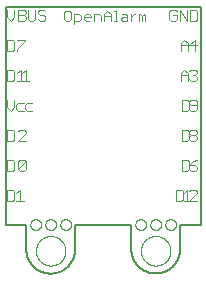
<source format=gto>
G75*
%MOIN*%
%OFA0B0*%
%FSLAX25Y25*%
%IPPOS*%
%LPD*%
%AMOC8*
5,1,8,0,0,1.08239X$1,22.5*
%
%ADD10C,0.00500*%
%ADD11C,0.00000*%
%ADD12C,0.00300*%
D10*
X0011925Y0010080D02*
X0011925Y0017580D01*
X0005050Y0017580D01*
X0005050Y0090041D01*
X0005050Y0090080D02*
X0070001Y0090080D01*
X0070050Y0090080D02*
X0070050Y0073830D01*
X0070001Y0017580D01*
X0063175Y0017580D01*
X0063175Y0008830D01*
X0063157Y0008632D01*
X0063135Y0008435D01*
X0063108Y0008239D01*
X0063076Y0008043D01*
X0063039Y0007848D01*
X0062997Y0007654D01*
X0062951Y0007461D01*
X0062900Y0007269D01*
X0062845Y0007078D01*
X0062785Y0006889D01*
X0062720Y0006702D01*
X0062650Y0006516D01*
X0062577Y0006331D01*
X0062498Y0006149D01*
X0062416Y0005969D01*
X0062329Y0005790D01*
X0062237Y0005614D01*
X0062141Y0005440D01*
X0062042Y0005269D01*
X0061938Y0005100D01*
X0061830Y0004933D01*
X0061717Y0004770D01*
X0061601Y0004609D01*
X0061481Y0004451D01*
X0061358Y0004296D01*
X0061230Y0004143D01*
X0061099Y0003995D01*
X0060964Y0003849D01*
X0060826Y0003706D01*
X0060684Y0003568D01*
X0060539Y0003432D01*
X0060391Y0003300D01*
X0060239Y0003172D01*
X0060085Y0003047D01*
X0059927Y0002927D01*
X0059767Y0002810D01*
X0059604Y0002697D01*
X0059438Y0002588D01*
X0059269Y0002483D01*
X0059098Y0002383D01*
X0058925Y0002286D01*
X0058749Y0002194D01*
X0058571Y0002106D01*
X0058391Y0002022D01*
X0058209Y0001943D01*
X0058025Y0001869D01*
X0057840Y0001798D01*
X0057653Y0001733D01*
X0057464Y0001672D01*
X0057273Y0001615D01*
X0057082Y0001563D01*
X0056889Y0001516D01*
X0056695Y0001474D01*
X0056500Y0001436D01*
X0056305Y0001403D01*
X0056108Y0001375D01*
X0055911Y0001352D01*
X0055714Y0001333D01*
X0055516Y0001319D01*
X0055317Y0001310D01*
X0055119Y0001306D01*
X0054921Y0001307D01*
X0054722Y0001313D01*
X0054524Y0001323D01*
X0054326Y0001338D01*
X0054129Y0001358D01*
X0053932Y0001383D01*
X0053736Y0001413D01*
X0053540Y0001447D01*
X0053346Y0001486D01*
X0053152Y0001530D01*
X0052960Y0001579D01*
X0052768Y0001632D01*
X0052579Y0001690D01*
X0052390Y0001752D01*
X0052203Y0001819D01*
X0052018Y0001891D01*
X0051835Y0001967D01*
X0051654Y0002047D01*
X0051474Y0002132D01*
X0051297Y0002222D01*
X0051122Y0002315D01*
X0050949Y0002413D01*
X0050779Y0002515D01*
X0050611Y0002621D01*
X0050446Y0002731D01*
X0050284Y0002845D01*
X0050124Y0002963D01*
X0049968Y0003085D01*
X0049814Y0003211D01*
X0049664Y0003340D01*
X0049516Y0003473D01*
X0049372Y0003610D01*
X0049232Y0003750D01*
X0049094Y0003893D01*
X0048961Y0004040D01*
X0048831Y0004189D01*
X0048704Y0004342D01*
X0048582Y0004499D01*
X0048463Y0004657D01*
X0048348Y0004819D01*
X0048237Y0004984D01*
X0048130Y0005151D01*
X0048028Y0005321D01*
X0047929Y0005493D01*
X0047835Y0005668D01*
X0047744Y0005845D01*
X0047659Y0006024D01*
X0047577Y0006205D01*
X0047500Y0006387D01*
X0047428Y0006572D01*
X0047360Y0006759D01*
X0047297Y0006947D01*
X0047238Y0007136D01*
X0047184Y0007327D01*
X0047134Y0007519D01*
X0047089Y0007713D01*
X0047049Y0007907D01*
X0047014Y0008102D01*
X0046983Y0008298D01*
X0046958Y0008495D01*
X0046937Y0008693D01*
X0046921Y0008890D01*
X0046909Y0009088D01*
X0046903Y0009287D01*
X0046901Y0009485D01*
X0046904Y0009684D01*
X0046912Y0009882D01*
X0046925Y0010080D01*
X0046925Y0017580D01*
X0028175Y0017580D01*
X0028175Y0010080D01*
X0028189Y0009881D01*
X0028198Y0009681D01*
X0028203Y0009482D01*
X0028202Y0009282D01*
X0028197Y0009082D01*
X0028186Y0008883D01*
X0028171Y0008683D01*
X0028151Y0008485D01*
X0028126Y0008286D01*
X0028096Y0008089D01*
X0028062Y0007892D01*
X0028022Y0007696D01*
X0027978Y0007502D01*
X0027929Y0007308D01*
X0027875Y0007115D01*
X0027817Y0006924D01*
X0027754Y0006735D01*
X0027686Y0006547D01*
X0027614Y0006361D01*
X0027537Y0006176D01*
X0027456Y0005994D01*
X0027370Y0005813D01*
X0027280Y0005635D01*
X0027186Y0005459D01*
X0027087Y0005285D01*
X0026984Y0005114D01*
X0026877Y0004946D01*
X0026765Y0004780D01*
X0026650Y0004617D01*
X0026531Y0004456D01*
X0026408Y0004299D01*
X0026281Y0004145D01*
X0026150Y0003994D01*
X0026016Y0003846D01*
X0025878Y0003701D01*
X0025736Y0003560D01*
X0025591Y0003423D01*
X0025443Y0003289D01*
X0025292Y0003158D01*
X0025137Y0003032D01*
X0024980Y0002909D01*
X0024819Y0002790D01*
X0024656Y0002676D01*
X0024489Y0002565D01*
X0024321Y0002458D01*
X0024149Y0002355D01*
X0023975Y0002257D01*
X0023799Y0002163D01*
X0023620Y0002073D01*
X0023440Y0001988D01*
X0023257Y0001907D01*
X0023073Y0001831D01*
X0022886Y0001759D01*
X0022698Y0001692D01*
X0022508Y0001629D01*
X0022317Y0001572D01*
X0022125Y0001518D01*
X0021931Y0001470D01*
X0021736Y0001426D01*
X0021540Y0001387D01*
X0021343Y0001353D01*
X0021145Y0001324D01*
X0020947Y0001300D01*
X0020748Y0001280D01*
X0020549Y0001265D01*
X0020350Y0001256D01*
X0020150Y0001251D01*
X0019950Y0001251D01*
X0019750Y0001256D01*
X0019551Y0001265D01*
X0019352Y0001280D01*
X0019153Y0001300D01*
X0018955Y0001324D01*
X0018757Y0001353D01*
X0018560Y0001387D01*
X0018364Y0001426D01*
X0018169Y0001470D01*
X0017975Y0001518D01*
X0017783Y0001572D01*
X0017592Y0001629D01*
X0017402Y0001692D01*
X0017214Y0001759D01*
X0017027Y0001831D01*
X0016843Y0001907D01*
X0016660Y0001988D01*
X0016480Y0002073D01*
X0016301Y0002163D01*
X0016125Y0002257D01*
X0015951Y0002355D01*
X0015779Y0002458D01*
X0015611Y0002565D01*
X0015444Y0002676D01*
X0015281Y0002790D01*
X0015120Y0002909D01*
X0014963Y0003032D01*
X0014808Y0003158D01*
X0014657Y0003289D01*
X0014509Y0003423D01*
X0014364Y0003560D01*
X0014222Y0003701D01*
X0014084Y0003846D01*
X0013950Y0003994D01*
X0013819Y0004145D01*
X0013692Y0004299D01*
X0013569Y0004456D01*
X0013450Y0004617D01*
X0013335Y0004780D01*
X0013223Y0004946D01*
X0013116Y0005114D01*
X0013013Y0005285D01*
X0012914Y0005459D01*
X0012820Y0005635D01*
X0012730Y0005813D01*
X0012644Y0005994D01*
X0012563Y0006176D01*
X0012486Y0006361D01*
X0012414Y0006547D01*
X0012346Y0006735D01*
X0012283Y0006924D01*
X0012225Y0007115D01*
X0012171Y0007308D01*
X0012122Y0007502D01*
X0012078Y0007696D01*
X0012038Y0007892D01*
X0012004Y0008089D01*
X0011974Y0008286D01*
X0011949Y0008485D01*
X0011929Y0008683D01*
X0011914Y0008883D01*
X0011903Y0009082D01*
X0011898Y0009282D01*
X0011897Y0009482D01*
X0011902Y0009681D01*
X0011911Y0009881D01*
X0011925Y0010080D01*
D11*
X0013278Y0017580D02*
X0013280Y0017664D01*
X0013286Y0017747D01*
X0013296Y0017830D01*
X0013310Y0017913D01*
X0013327Y0017995D01*
X0013349Y0018076D01*
X0013374Y0018155D01*
X0013403Y0018234D01*
X0013436Y0018311D01*
X0013472Y0018386D01*
X0013512Y0018460D01*
X0013555Y0018532D01*
X0013602Y0018601D01*
X0013652Y0018668D01*
X0013705Y0018733D01*
X0013761Y0018795D01*
X0013819Y0018855D01*
X0013881Y0018912D01*
X0013945Y0018965D01*
X0014012Y0019016D01*
X0014081Y0019063D01*
X0014152Y0019108D01*
X0014225Y0019148D01*
X0014300Y0019185D01*
X0014377Y0019219D01*
X0014455Y0019249D01*
X0014534Y0019275D01*
X0014615Y0019298D01*
X0014697Y0019316D01*
X0014779Y0019331D01*
X0014862Y0019342D01*
X0014945Y0019349D01*
X0015029Y0019352D01*
X0015113Y0019351D01*
X0015196Y0019346D01*
X0015280Y0019337D01*
X0015362Y0019324D01*
X0015444Y0019308D01*
X0015525Y0019287D01*
X0015606Y0019263D01*
X0015684Y0019235D01*
X0015762Y0019203D01*
X0015838Y0019167D01*
X0015912Y0019128D01*
X0015984Y0019086D01*
X0016054Y0019040D01*
X0016122Y0018991D01*
X0016187Y0018939D01*
X0016250Y0018884D01*
X0016310Y0018826D01*
X0016368Y0018765D01*
X0016422Y0018701D01*
X0016474Y0018635D01*
X0016522Y0018567D01*
X0016567Y0018496D01*
X0016608Y0018423D01*
X0016647Y0018349D01*
X0016681Y0018273D01*
X0016712Y0018195D01*
X0016739Y0018116D01*
X0016763Y0018035D01*
X0016782Y0017954D01*
X0016798Y0017872D01*
X0016810Y0017789D01*
X0016818Y0017705D01*
X0016822Y0017622D01*
X0016822Y0017538D01*
X0016818Y0017455D01*
X0016810Y0017371D01*
X0016798Y0017288D01*
X0016782Y0017206D01*
X0016763Y0017125D01*
X0016739Y0017044D01*
X0016712Y0016965D01*
X0016681Y0016887D01*
X0016647Y0016811D01*
X0016608Y0016737D01*
X0016567Y0016664D01*
X0016522Y0016593D01*
X0016474Y0016525D01*
X0016422Y0016459D01*
X0016368Y0016395D01*
X0016310Y0016334D01*
X0016250Y0016276D01*
X0016187Y0016221D01*
X0016122Y0016169D01*
X0016054Y0016120D01*
X0015984Y0016074D01*
X0015912Y0016032D01*
X0015838Y0015993D01*
X0015762Y0015957D01*
X0015684Y0015925D01*
X0015606Y0015897D01*
X0015525Y0015873D01*
X0015444Y0015852D01*
X0015362Y0015836D01*
X0015280Y0015823D01*
X0015196Y0015814D01*
X0015113Y0015809D01*
X0015029Y0015808D01*
X0014945Y0015811D01*
X0014862Y0015818D01*
X0014779Y0015829D01*
X0014697Y0015844D01*
X0014615Y0015862D01*
X0014534Y0015885D01*
X0014455Y0015911D01*
X0014377Y0015941D01*
X0014300Y0015975D01*
X0014225Y0016012D01*
X0014152Y0016052D01*
X0014081Y0016097D01*
X0014012Y0016144D01*
X0013945Y0016195D01*
X0013881Y0016248D01*
X0013819Y0016305D01*
X0013761Y0016365D01*
X0013705Y0016427D01*
X0013652Y0016492D01*
X0013602Y0016559D01*
X0013555Y0016628D01*
X0013512Y0016700D01*
X0013472Y0016774D01*
X0013436Y0016849D01*
X0013403Y0016926D01*
X0013374Y0017005D01*
X0013349Y0017084D01*
X0013327Y0017165D01*
X0013310Y0017247D01*
X0013296Y0017330D01*
X0013286Y0017413D01*
X0013280Y0017496D01*
X0013278Y0017580D01*
X0018278Y0017580D02*
X0018280Y0017664D01*
X0018286Y0017747D01*
X0018296Y0017830D01*
X0018310Y0017913D01*
X0018327Y0017995D01*
X0018349Y0018076D01*
X0018374Y0018155D01*
X0018403Y0018234D01*
X0018436Y0018311D01*
X0018472Y0018386D01*
X0018512Y0018460D01*
X0018555Y0018532D01*
X0018602Y0018601D01*
X0018652Y0018668D01*
X0018705Y0018733D01*
X0018761Y0018795D01*
X0018819Y0018855D01*
X0018881Y0018912D01*
X0018945Y0018965D01*
X0019012Y0019016D01*
X0019081Y0019063D01*
X0019152Y0019108D01*
X0019225Y0019148D01*
X0019300Y0019185D01*
X0019377Y0019219D01*
X0019455Y0019249D01*
X0019534Y0019275D01*
X0019615Y0019298D01*
X0019697Y0019316D01*
X0019779Y0019331D01*
X0019862Y0019342D01*
X0019945Y0019349D01*
X0020029Y0019352D01*
X0020113Y0019351D01*
X0020196Y0019346D01*
X0020280Y0019337D01*
X0020362Y0019324D01*
X0020444Y0019308D01*
X0020525Y0019287D01*
X0020606Y0019263D01*
X0020684Y0019235D01*
X0020762Y0019203D01*
X0020838Y0019167D01*
X0020912Y0019128D01*
X0020984Y0019086D01*
X0021054Y0019040D01*
X0021122Y0018991D01*
X0021187Y0018939D01*
X0021250Y0018884D01*
X0021310Y0018826D01*
X0021368Y0018765D01*
X0021422Y0018701D01*
X0021474Y0018635D01*
X0021522Y0018567D01*
X0021567Y0018496D01*
X0021608Y0018423D01*
X0021647Y0018349D01*
X0021681Y0018273D01*
X0021712Y0018195D01*
X0021739Y0018116D01*
X0021763Y0018035D01*
X0021782Y0017954D01*
X0021798Y0017872D01*
X0021810Y0017789D01*
X0021818Y0017705D01*
X0021822Y0017622D01*
X0021822Y0017538D01*
X0021818Y0017455D01*
X0021810Y0017371D01*
X0021798Y0017288D01*
X0021782Y0017206D01*
X0021763Y0017125D01*
X0021739Y0017044D01*
X0021712Y0016965D01*
X0021681Y0016887D01*
X0021647Y0016811D01*
X0021608Y0016737D01*
X0021567Y0016664D01*
X0021522Y0016593D01*
X0021474Y0016525D01*
X0021422Y0016459D01*
X0021368Y0016395D01*
X0021310Y0016334D01*
X0021250Y0016276D01*
X0021187Y0016221D01*
X0021122Y0016169D01*
X0021054Y0016120D01*
X0020984Y0016074D01*
X0020912Y0016032D01*
X0020838Y0015993D01*
X0020762Y0015957D01*
X0020684Y0015925D01*
X0020606Y0015897D01*
X0020525Y0015873D01*
X0020444Y0015852D01*
X0020362Y0015836D01*
X0020280Y0015823D01*
X0020196Y0015814D01*
X0020113Y0015809D01*
X0020029Y0015808D01*
X0019945Y0015811D01*
X0019862Y0015818D01*
X0019779Y0015829D01*
X0019697Y0015844D01*
X0019615Y0015862D01*
X0019534Y0015885D01*
X0019455Y0015911D01*
X0019377Y0015941D01*
X0019300Y0015975D01*
X0019225Y0016012D01*
X0019152Y0016052D01*
X0019081Y0016097D01*
X0019012Y0016144D01*
X0018945Y0016195D01*
X0018881Y0016248D01*
X0018819Y0016305D01*
X0018761Y0016365D01*
X0018705Y0016427D01*
X0018652Y0016492D01*
X0018602Y0016559D01*
X0018555Y0016628D01*
X0018512Y0016700D01*
X0018472Y0016774D01*
X0018436Y0016849D01*
X0018403Y0016926D01*
X0018374Y0017005D01*
X0018349Y0017084D01*
X0018327Y0017165D01*
X0018310Y0017247D01*
X0018296Y0017330D01*
X0018286Y0017413D01*
X0018280Y0017496D01*
X0018278Y0017580D01*
X0023278Y0017580D02*
X0023280Y0017664D01*
X0023286Y0017747D01*
X0023296Y0017830D01*
X0023310Y0017913D01*
X0023327Y0017995D01*
X0023349Y0018076D01*
X0023374Y0018155D01*
X0023403Y0018234D01*
X0023436Y0018311D01*
X0023472Y0018386D01*
X0023512Y0018460D01*
X0023555Y0018532D01*
X0023602Y0018601D01*
X0023652Y0018668D01*
X0023705Y0018733D01*
X0023761Y0018795D01*
X0023819Y0018855D01*
X0023881Y0018912D01*
X0023945Y0018965D01*
X0024012Y0019016D01*
X0024081Y0019063D01*
X0024152Y0019108D01*
X0024225Y0019148D01*
X0024300Y0019185D01*
X0024377Y0019219D01*
X0024455Y0019249D01*
X0024534Y0019275D01*
X0024615Y0019298D01*
X0024697Y0019316D01*
X0024779Y0019331D01*
X0024862Y0019342D01*
X0024945Y0019349D01*
X0025029Y0019352D01*
X0025113Y0019351D01*
X0025196Y0019346D01*
X0025280Y0019337D01*
X0025362Y0019324D01*
X0025444Y0019308D01*
X0025525Y0019287D01*
X0025606Y0019263D01*
X0025684Y0019235D01*
X0025762Y0019203D01*
X0025838Y0019167D01*
X0025912Y0019128D01*
X0025984Y0019086D01*
X0026054Y0019040D01*
X0026122Y0018991D01*
X0026187Y0018939D01*
X0026250Y0018884D01*
X0026310Y0018826D01*
X0026368Y0018765D01*
X0026422Y0018701D01*
X0026474Y0018635D01*
X0026522Y0018567D01*
X0026567Y0018496D01*
X0026608Y0018423D01*
X0026647Y0018349D01*
X0026681Y0018273D01*
X0026712Y0018195D01*
X0026739Y0018116D01*
X0026763Y0018035D01*
X0026782Y0017954D01*
X0026798Y0017872D01*
X0026810Y0017789D01*
X0026818Y0017705D01*
X0026822Y0017622D01*
X0026822Y0017538D01*
X0026818Y0017455D01*
X0026810Y0017371D01*
X0026798Y0017288D01*
X0026782Y0017206D01*
X0026763Y0017125D01*
X0026739Y0017044D01*
X0026712Y0016965D01*
X0026681Y0016887D01*
X0026647Y0016811D01*
X0026608Y0016737D01*
X0026567Y0016664D01*
X0026522Y0016593D01*
X0026474Y0016525D01*
X0026422Y0016459D01*
X0026368Y0016395D01*
X0026310Y0016334D01*
X0026250Y0016276D01*
X0026187Y0016221D01*
X0026122Y0016169D01*
X0026054Y0016120D01*
X0025984Y0016074D01*
X0025912Y0016032D01*
X0025838Y0015993D01*
X0025762Y0015957D01*
X0025684Y0015925D01*
X0025606Y0015897D01*
X0025525Y0015873D01*
X0025444Y0015852D01*
X0025362Y0015836D01*
X0025280Y0015823D01*
X0025196Y0015814D01*
X0025113Y0015809D01*
X0025029Y0015808D01*
X0024945Y0015811D01*
X0024862Y0015818D01*
X0024779Y0015829D01*
X0024697Y0015844D01*
X0024615Y0015862D01*
X0024534Y0015885D01*
X0024455Y0015911D01*
X0024377Y0015941D01*
X0024300Y0015975D01*
X0024225Y0016012D01*
X0024152Y0016052D01*
X0024081Y0016097D01*
X0024012Y0016144D01*
X0023945Y0016195D01*
X0023881Y0016248D01*
X0023819Y0016305D01*
X0023761Y0016365D01*
X0023705Y0016427D01*
X0023652Y0016492D01*
X0023602Y0016559D01*
X0023555Y0016628D01*
X0023512Y0016700D01*
X0023472Y0016774D01*
X0023436Y0016849D01*
X0023403Y0016926D01*
X0023374Y0017005D01*
X0023349Y0017084D01*
X0023327Y0017165D01*
X0023310Y0017247D01*
X0023296Y0017330D01*
X0023286Y0017413D01*
X0023280Y0017496D01*
X0023278Y0017580D01*
X0015129Y0008830D02*
X0015131Y0008970D01*
X0015137Y0009110D01*
X0015147Y0009249D01*
X0015161Y0009388D01*
X0015179Y0009527D01*
X0015200Y0009665D01*
X0015226Y0009803D01*
X0015256Y0009940D01*
X0015289Y0010075D01*
X0015327Y0010210D01*
X0015368Y0010344D01*
X0015413Y0010477D01*
X0015461Y0010608D01*
X0015514Y0010737D01*
X0015570Y0010866D01*
X0015629Y0010992D01*
X0015693Y0011117D01*
X0015759Y0011240D01*
X0015830Y0011361D01*
X0015903Y0011480D01*
X0015980Y0011597D01*
X0016061Y0011711D01*
X0016144Y0011823D01*
X0016231Y0011933D01*
X0016321Y0012041D01*
X0016413Y0012145D01*
X0016509Y0012247D01*
X0016608Y0012347D01*
X0016709Y0012443D01*
X0016813Y0012537D01*
X0016920Y0012627D01*
X0017029Y0012714D01*
X0017141Y0012799D01*
X0017255Y0012880D01*
X0017371Y0012958D01*
X0017489Y0013032D01*
X0017610Y0013103D01*
X0017732Y0013171D01*
X0017857Y0013235D01*
X0017983Y0013296D01*
X0018110Y0013353D01*
X0018240Y0013406D01*
X0018371Y0013456D01*
X0018503Y0013501D01*
X0018636Y0013544D01*
X0018771Y0013582D01*
X0018906Y0013616D01*
X0019043Y0013647D01*
X0019180Y0013674D01*
X0019318Y0013696D01*
X0019457Y0013715D01*
X0019596Y0013730D01*
X0019735Y0013741D01*
X0019875Y0013748D01*
X0020015Y0013751D01*
X0020155Y0013750D01*
X0020295Y0013745D01*
X0020434Y0013736D01*
X0020574Y0013723D01*
X0020713Y0013706D01*
X0020851Y0013685D01*
X0020989Y0013661D01*
X0021126Y0013632D01*
X0021262Y0013600D01*
X0021397Y0013563D01*
X0021531Y0013523D01*
X0021664Y0013479D01*
X0021795Y0013431D01*
X0021925Y0013380D01*
X0022054Y0013325D01*
X0022181Y0013266D01*
X0022306Y0013203D01*
X0022429Y0013138D01*
X0022551Y0013068D01*
X0022670Y0012995D01*
X0022788Y0012919D01*
X0022903Y0012840D01*
X0023016Y0012757D01*
X0023126Y0012671D01*
X0023234Y0012582D01*
X0023339Y0012490D01*
X0023442Y0012395D01*
X0023542Y0012297D01*
X0023639Y0012197D01*
X0023733Y0012093D01*
X0023825Y0011987D01*
X0023913Y0011879D01*
X0023998Y0011768D01*
X0024080Y0011654D01*
X0024159Y0011538D01*
X0024234Y0011421D01*
X0024306Y0011301D01*
X0024374Y0011179D01*
X0024439Y0011055D01*
X0024501Y0010929D01*
X0024559Y0010802D01*
X0024613Y0010673D01*
X0024664Y0010542D01*
X0024710Y0010410D01*
X0024753Y0010277D01*
X0024793Y0010143D01*
X0024828Y0010008D01*
X0024860Y0009871D01*
X0024887Y0009734D01*
X0024911Y0009596D01*
X0024931Y0009458D01*
X0024947Y0009319D01*
X0024959Y0009179D01*
X0024967Y0009040D01*
X0024971Y0008900D01*
X0024971Y0008760D01*
X0024967Y0008620D01*
X0024959Y0008481D01*
X0024947Y0008341D01*
X0024931Y0008202D01*
X0024911Y0008064D01*
X0024887Y0007926D01*
X0024860Y0007789D01*
X0024828Y0007652D01*
X0024793Y0007517D01*
X0024753Y0007383D01*
X0024710Y0007250D01*
X0024664Y0007118D01*
X0024613Y0006987D01*
X0024559Y0006858D01*
X0024501Y0006731D01*
X0024439Y0006605D01*
X0024374Y0006481D01*
X0024306Y0006359D01*
X0024234Y0006239D01*
X0024159Y0006122D01*
X0024080Y0006006D01*
X0023998Y0005892D01*
X0023913Y0005781D01*
X0023825Y0005673D01*
X0023733Y0005567D01*
X0023639Y0005463D01*
X0023542Y0005363D01*
X0023442Y0005265D01*
X0023339Y0005170D01*
X0023234Y0005078D01*
X0023126Y0004989D01*
X0023016Y0004903D01*
X0022903Y0004820D01*
X0022788Y0004741D01*
X0022670Y0004665D01*
X0022551Y0004592D01*
X0022429Y0004522D01*
X0022306Y0004457D01*
X0022181Y0004394D01*
X0022054Y0004335D01*
X0021925Y0004280D01*
X0021795Y0004229D01*
X0021664Y0004181D01*
X0021531Y0004137D01*
X0021397Y0004097D01*
X0021262Y0004060D01*
X0021126Y0004028D01*
X0020989Y0003999D01*
X0020851Y0003975D01*
X0020713Y0003954D01*
X0020574Y0003937D01*
X0020434Y0003924D01*
X0020295Y0003915D01*
X0020155Y0003910D01*
X0020015Y0003909D01*
X0019875Y0003912D01*
X0019735Y0003919D01*
X0019596Y0003930D01*
X0019457Y0003945D01*
X0019318Y0003964D01*
X0019180Y0003986D01*
X0019043Y0004013D01*
X0018906Y0004044D01*
X0018771Y0004078D01*
X0018636Y0004116D01*
X0018503Y0004159D01*
X0018371Y0004204D01*
X0018240Y0004254D01*
X0018110Y0004307D01*
X0017983Y0004364D01*
X0017857Y0004425D01*
X0017732Y0004489D01*
X0017610Y0004557D01*
X0017489Y0004628D01*
X0017371Y0004702D01*
X0017255Y0004780D01*
X0017141Y0004861D01*
X0017029Y0004946D01*
X0016920Y0005033D01*
X0016813Y0005123D01*
X0016709Y0005217D01*
X0016608Y0005313D01*
X0016509Y0005413D01*
X0016413Y0005515D01*
X0016321Y0005619D01*
X0016231Y0005727D01*
X0016144Y0005837D01*
X0016061Y0005949D01*
X0015980Y0006063D01*
X0015903Y0006180D01*
X0015830Y0006299D01*
X0015759Y0006420D01*
X0015693Y0006543D01*
X0015629Y0006668D01*
X0015570Y0006794D01*
X0015514Y0006923D01*
X0015461Y0007052D01*
X0015413Y0007183D01*
X0015368Y0007316D01*
X0015327Y0007450D01*
X0015289Y0007585D01*
X0015256Y0007720D01*
X0015226Y0007857D01*
X0015200Y0007995D01*
X0015179Y0008133D01*
X0015161Y0008272D01*
X0015147Y0008411D01*
X0015137Y0008550D01*
X0015131Y0008690D01*
X0015129Y0008830D01*
X0048278Y0017580D02*
X0048280Y0017664D01*
X0048286Y0017747D01*
X0048296Y0017830D01*
X0048310Y0017913D01*
X0048327Y0017995D01*
X0048349Y0018076D01*
X0048374Y0018155D01*
X0048403Y0018234D01*
X0048436Y0018311D01*
X0048472Y0018386D01*
X0048512Y0018460D01*
X0048555Y0018532D01*
X0048602Y0018601D01*
X0048652Y0018668D01*
X0048705Y0018733D01*
X0048761Y0018795D01*
X0048819Y0018855D01*
X0048881Y0018912D01*
X0048945Y0018965D01*
X0049012Y0019016D01*
X0049081Y0019063D01*
X0049152Y0019108D01*
X0049225Y0019148D01*
X0049300Y0019185D01*
X0049377Y0019219D01*
X0049455Y0019249D01*
X0049534Y0019275D01*
X0049615Y0019298D01*
X0049697Y0019316D01*
X0049779Y0019331D01*
X0049862Y0019342D01*
X0049945Y0019349D01*
X0050029Y0019352D01*
X0050113Y0019351D01*
X0050196Y0019346D01*
X0050280Y0019337D01*
X0050362Y0019324D01*
X0050444Y0019308D01*
X0050525Y0019287D01*
X0050606Y0019263D01*
X0050684Y0019235D01*
X0050762Y0019203D01*
X0050838Y0019167D01*
X0050912Y0019128D01*
X0050984Y0019086D01*
X0051054Y0019040D01*
X0051122Y0018991D01*
X0051187Y0018939D01*
X0051250Y0018884D01*
X0051310Y0018826D01*
X0051368Y0018765D01*
X0051422Y0018701D01*
X0051474Y0018635D01*
X0051522Y0018567D01*
X0051567Y0018496D01*
X0051608Y0018423D01*
X0051647Y0018349D01*
X0051681Y0018273D01*
X0051712Y0018195D01*
X0051739Y0018116D01*
X0051763Y0018035D01*
X0051782Y0017954D01*
X0051798Y0017872D01*
X0051810Y0017789D01*
X0051818Y0017705D01*
X0051822Y0017622D01*
X0051822Y0017538D01*
X0051818Y0017455D01*
X0051810Y0017371D01*
X0051798Y0017288D01*
X0051782Y0017206D01*
X0051763Y0017125D01*
X0051739Y0017044D01*
X0051712Y0016965D01*
X0051681Y0016887D01*
X0051647Y0016811D01*
X0051608Y0016737D01*
X0051567Y0016664D01*
X0051522Y0016593D01*
X0051474Y0016525D01*
X0051422Y0016459D01*
X0051368Y0016395D01*
X0051310Y0016334D01*
X0051250Y0016276D01*
X0051187Y0016221D01*
X0051122Y0016169D01*
X0051054Y0016120D01*
X0050984Y0016074D01*
X0050912Y0016032D01*
X0050838Y0015993D01*
X0050762Y0015957D01*
X0050684Y0015925D01*
X0050606Y0015897D01*
X0050525Y0015873D01*
X0050444Y0015852D01*
X0050362Y0015836D01*
X0050280Y0015823D01*
X0050196Y0015814D01*
X0050113Y0015809D01*
X0050029Y0015808D01*
X0049945Y0015811D01*
X0049862Y0015818D01*
X0049779Y0015829D01*
X0049697Y0015844D01*
X0049615Y0015862D01*
X0049534Y0015885D01*
X0049455Y0015911D01*
X0049377Y0015941D01*
X0049300Y0015975D01*
X0049225Y0016012D01*
X0049152Y0016052D01*
X0049081Y0016097D01*
X0049012Y0016144D01*
X0048945Y0016195D01*
X0048881Y0016248D01*
X0048819Y0016305D01*
X0048761Y0016365D01*
X0048705Y0016427D01*
X0048652Y0016492D01*
X0048602Y0016559D01*
X0048555Y0016628D01*
X0048512Y0016700D01*
X0048472Y0016774D01*
X0048436Y0016849D01*
X0048403Y0016926D01*
X0048374Y0017005D01*
X0048349Y0017084D01*
X0048327Y0017165D01*
X0048310Y0017247D01*
X0048296Y0017330D01*
X0048286Y0017413D01*
X0048280Y0017496D01*
X0048278Y0017580D01*
X0053278Y0017580D02*
X0053280Y0017664D01*
X0053286Y0017747D01*
X0053296Y0017830D01*
X0053310Y0017913D01*
X0053327Y0017995D01*
X0053349Y0018076D01*
X0053374Y0018155D01*
X0053403Y0018234D01*
X0053436Y0018311D01*
X0053472Y0018386D01*
X0053512Y0018460D01*
X0053555Y0018532D01*
X0053602Y0018601D01*
X0053652Y0018668D01*
X0053705Y0018733D01*
X0053761Y0018795D01*
X0053819Y0018855D01*
X0053881Y0018912D01*
X0053945Y0018965D01*
X0054012Y0019016D01*
X0054081Y0019063D01*
X0054152Y0019108D01*
X0054225Y0019148D01*
X0054300Y0019185D01*
X0054377Y0019219D01*
X0054455Y0019249D01*
X0054534Y0019275D01*
X0054615Y0019298D01*
X0054697Y0019316D01*
X0054779Y0019331D01*
X0054862Y0019342D01*
X0054945Y0019349D01*
X0055029Y0019352D01*
X0055113Y0019351D01*
X0055196Y0019346D01*
X0055280Y0019337D01*
X0055362Y0019324D01*
X0055444Y0019308D01*
X0055525Y0019287D01*
X0055606Y0019263D01*
X0055684Y0019235D01*
X0055762Y0019203D01*
X0055838Y0019167D01*
X0055912Y0019128D01*
X0055984Y0019086D01*
X0056054Y0019040D01*
X0056122Y0018991D01*
X0056187Y0018939D01*
X0056250Y0018884D01*
X0056310Y0018826D01*
X0056368Y0018765D01*
X0056422Y0018701D01*
X0056474Y0018635D01*
X0056522Y0018567D01*
X0056567Y0018496D01*
X0056608Y0018423D01*
X0056647Y0018349D01*
X0056681Y0018273D01*
X0056712Y0018195D01*
X0056739Y0018116D01*
X0056763Y0018035D01*
X0056782Y0017954D01*
X0056798Y0017872D01*
X0056810Y0017789D01*
X0056818Y0017705D01*
X0056822Y0017622D01*
X0056822Y0017538D01*
X0056818Y0017455D01*
X0056810Y0017371D01*
X0056798Y0017288D01*
X0056782Y0017206D01*
X0056763Y0017125D01*
X0056739Y0017044D01*
X0056712Y0016965D01*
X0056681Y0016887D01*
X0056647Y0016811D01*
X0056608Y0016737D01*
X0056567Y0016664D01*
X0056522Y0016593D01*
X0056474Y0016525D01*
X0056422Y0016459D01*
X0056368Y0016395D01*
X0056310Y0016334D01*
X0056250Y0016276D01*
X0056187Y0016221D01*
X0056122Y0016169D01*
X0056054Y0016120D01*
X0055984Y0016074D01*
X0055912Y0016032D01*
X0055838Y0015993D01*
X0055762Y0015957D01*
X0055684Y0015925D01*
X0055606Y0015897D01*
X0055525Y0015873D01*
X0055444Y0015852D01*
X0055362Y0015836D01*
X0055280Y0015823D01*
X0055196Y0015814D01*
X0055113Y0015809D01*
X0055029Y0015808D01*
X0054945Y0015811D01*
X0054862Y0015818D01*
X0054779Y0015829D01*
X0054697Y0015844D01*
X0054615Y0015862D01*
X0054534Y0015885D01*
X0054455Y0015911D01*
X0054377Y0015941D01*
X0054300Y0015975D01*
X0054225Y0016012D01*
X0054152Y0016052D01*
X0054081Y0016097D01*
X0054012Y0016144D01*
X0053945Y0016195D01*
X0053881Y0016248D01*
X0053819Y0016305D01*
X0053761Y0016365D01*
X0053705Y0016427D01*
X0053652Y0016492D01*
X0053602Y0016559D01*
X0053555Y0016628D01*
X0053512Y0016700D01*
X0053472Y0016774D01*
X0053436Y0016849D01*
X0053403Y0016926D01*
X0053374Y0017005D01*
X0053349Y0017084D01*
X0053327Y0017165D01*
X0053310Y0017247D01*
X0053296Y0017330D01*
X0053286Y0017413D01*
X0053280Y0017496D01*
X0053278Y0017580D01*
X0058278Y0017580D02*
X0058280Y0017664D01*
X0058286Y0017747D01*
X0058296Y0017830D01*
X0058310Y0017913D01*
X0058327Y0017995D01*
X0058349Y0018076D01*
X0058374Y0018155D01*
X0058403Y0018234D01*
X0058436Y0018311D01*
X0058472Y0018386D01*
X0058512Y0018460D01*
X0058555Y0018532D01*
X0058602Y0018601D01*
X0058652Y0018668D01*
X0058705Y0018733D01*
X0058761Y0018795D01*
X0058819Y0018855D01*
X0058881Y0018912D01*
X0058945Y0018965D01*
X0059012Y0019016D01*
X0059081Y0019063D01*
X0059152Y0019108D01*
X0059225Y0019148D01*
X0059300Y0019185D01*
X0059377Y0019219D01*
X0059455Y0019249D01*
X0059534Y0019275D01*
X0059615Y0019298D01*
X0059697Y0019316D01*
X0059779Y0019331D01*
X0059862Y0019342D01*
X0059945Y0019349D01*
X0060029Y0019352D01*
X0060113Y0019351D01*
X0060196Y0019346D01*
X0060280Y0019337D01*
X0060362Y0019324D01*
X0060444Y0019308D01*
X0060525Y0019287D01*
X0060606Y0019263D01*
X0060684Y0019235D01*
X0060762Y0019203D01*
X0060838Y0019167D01*
X0060912Y0019128D01*
X0060984Y0019086D01*
X0061054Y0019040D01*
X0061122Y0018991D01*
X0061187Y0018939D01*
X0061250Y0018884D01*
X0061310Y0018826D01*
X0061368Y0018765D01*
X0061422Y0018701D01*
X0061474Y0018635D01*
X0061522Y0018567D01*
X0061567Y0018496D01*
X0061608Y0018423D01*
X0061647Y0018349D01*
X0061681Y0018273D01*
X0061712Y0018195D01*
X0061739Y0018116D01*
X0061763Y0018035D01*
X0061782Y0017954D01*
X0061798Y0017872D01*
X0061810Y0017789D01*
X0061818Y0017705D01*
X0061822Y0017622D01*
X0061822Y0017538D01*
X0061818Y0017455D01*
X0061810Y0017371D01*
X0061798Y0017288D01*
X0061782Y0017206D01*
X0061763Y0017125D01*
X0061739Y0017044D01*
X0061712Y0016965D01*
X0061681Y0016887D01*
X0061647Y0016811D01*
X0061608Y0016737D01*
X0061567Y0016664D01*
X0061522Y0016593D01*
X0061474Y0016525D01*
X0061422Y0016459D01*
X0061368Y0016395D01*
X0061310Y0016334D01*
X0061250Y0016276D01*
X0061187Y0016221D01*
X0061122Y0016169D01*
X0061054Y0016120D01*
X0060984Y0016074D01*
X0060912Y0016032D01*
X0060838Y0015993D01*
X0060762Y0015957D01*
X0060684Y0015925D01*
X0060606Y0015897D01*
X0060525Y0015873D01*
X0060444Y0015852D01*
X0060362Y0015836D01*
X0060280Y0015823D01*
X0060196Y0015814D01*
X0060113Y0015809D01*
X0060029Y0015808D01*
X0059945Y0015811D01*
X0059862Y0015818D01*
X0059779Y0015829D01*
X0059697Y0015844D01*
X0059615Y0015862D01*
X0059534Y0015885D01*
X0059455Y0015911D01*
X0059377Y0015941D01*
X0059300Y0015975D01*
X0059225Y0016012D01*
X0059152Y0016052D01*
X0059081Y0016097D01*
X0059012Y0016144D01*
X0058945Y0016195D01*
X0058881Y0016248D01*
X0058819Y0016305D01*
X0058761Y0016365D01*
X0058705Y0016427D01*
X0058652Y0016492D01*
X0058602Y0016559D01*
X0058555Y0016628D01*
X0058512Y0016700D01*
X0058472Y0016774D01*
X0058436Y0016849D01*
X0058403Y0016926D01*
X0058374Y0017005D01*
X0058349Y0017084D01*
X0058327Y0017165D01*
X0058310Y0017247D01*
X0058296Y0017330D01*
X0058286Y0017413D01*
X0058280Y0017496D01*
X0058278Y0017580D01*
X0050129Y0008830D02*
X0050131Y0008970D01*
X0050137Y0009110D01*
X0050147Y0009249D01*
X0050161Y0009388D01*
X0050179Y0009527D01*
X0050200Y0009665D01*
X0050226Y0009803D01*
X0050256Y0009940D01*
X0050289Y0010075D01*
X0050327Y0010210D01*
X0050368Y0010344D01*
X0050413Y0010477D01*
X0050461Y0010608D01*
X0050514Y0010737D01*
X0050570Y0010866D01*
X0050629Y0010992D01*
X0050693Y0011117D01*
X0050759Y0011240D01*
X0050830Y0011361D01*
X0050903Y0011480D01*
X0050980Y0011597D01*
X0051061Y0011711D01*
X0051144Y0011823D01*
X0051231Y0011933D01*
X0051321Y0012041D01*
X0051413Y0012145D01*
X0051509Y0012247D01*
X0051608Y0012347D01*
X0051709Y0012443D01*
X0051813Y0012537D01*
X0051920Y0012627D01*
X0052029Y0012714D01*
X0052141Y0012799D01*
X0052255Y0012880D01*
X0052371Y0012958D01*
X0052489Y0013032D01*
X0052610Y0013103D01*
X0052732Y0013171D01*
X0052857Y0013235D01*
X0052983Y0013296D01*
X0053110Y0013353D01*
X0053240Y0013406D01*
X0053371Y0013456D01*
X0053503Y0013501D01*
X0053636Y0013544D01*
X0053771Y0013582D01*
X0053906Y0013616D01*
X0054043Y0013647D01*
X0054180Y0013674D01*
X0054318Y0013696D01*
X0054457Y0013715D01*
X0054596Y0013730D01*
X0054735Y0013741D01*
X0054875Y0013748D01*
X0055015Y0013751D01*
X0055155Y0013750D01*
X0055295Y0013745D01*
X0055434Y0013736D01*
X0055574Y0013723D01*
X0055713Y0013706D01*
X0055851Y0013685D01*
X0055989Y0013661D01*
X0056126Y0013632D01*
X0056262Y0013600D01*
X0056397Y0013563D01*
X0056531Y0013523D01*
X0056664Y0013479D01*
X0056795Y0013431D01*
X0056925Y0013380D01*
X0057054Y0013325D01*
X0057181Y0013266D01*
X0057306Y0013203D01*
X0057429Y0013138D01*
X0057551Y0013068D01*
X0057670Y0012995D01*
X0057788Y0012919D01*
X0057903Y0012840D01*
X0058016Y0012757D01*
X0058126Y0012671D01*
X0058234Y0012582D01*
X0058339Y0012490D01*
X0058442Y0012395D01*
X0058542Y0012297D01*
X0058639Y0012197D01*
X0058733Y0012093D01*
X0058825Y0011987D01*
X0058913Y0011879D01*
X0058998Y0011768D01*
X0059080Y0011654D01*
X0059159Y0011538D01*
X0059234Y0011421D01*
X0059306Y0011301D01*
X0059374Y0011179D01*
X0059439Y0011055D01*
X0059501Y0010929D01*
X0059559Y0010802D01*
X0059613Y0010673D01*
X0059664Y0010542D01*
X0059710Y0010410D01*
X0059753Y0010277D01*
X0059793Y0010143D01*
X0059828Y0010008D01*
X0059860Y0009871D01*
X0059887Y0009734D01*
X0059911Y0009596D01*
X0059931Y0009458D01*
X0059947Y0009319D01*
X0059959Y0009179D01*
X0059967Y0009040D01*
X0059971Y0008900D01*
X0059971Y0008760D01*
X0059967Y0008620D01*
X0059959Y0008481D01*
X0059947Y0008341D01*
X0059931Y0008202D01*
X0059911Y0008064D01*
X0059887Y0007926D01*
X0059860Y0007789D01*
X0059828Y0007652D01*
X0059793Y0007517D01*
X0059753Y0007383D01*
X0059710Y0007250D01*
X0059664Y0007118D01*
X0059613Y0006987D01*
X0059559Y0006858D01*
X0059501Y0006731D01*
X0059439Y0006605D01*
X0059374Y0006481D01*
X0059306Y0006359D01*
X0059234Y0006239D01*
X0059159Y0006122D01*
X0059080Y0006006D01*
X0058998Y0005892D01*
X0058913Y0005781D01*
X0058825Y0005673D01*
X0058733Y0005567D01*
X0058639Y0005463D01*
X0058542Y0005363D01*
X0058442Y0005265D01*
X0058339Y0005170D01*
X0058234Y0005078D01*
X0058126Y0004989D01*
X0058016Y0004903D01*
X0057903Y0004820D01*
X0057788Y0004741D01*
X0057670Y0004665D01*
X0057551Y0004592D01*
X0057429Y0004522D01*
X0057306Y0004457D01*
X0057181Y0004394D01*
X0057054Y0004335D01*
X0056925Y0004280D01*
X0056795Y0004229D01*
X0056664Y0004181D01*
X0056531Y0004137D01*
X0056397Y0004097D01*
X0056262Y0004060D01*
X0056126Y0004028D01*
X0055989Y0003999D01*
X0055851Y0003975D01*
X0055713Y0003954D01*
X0055574Y0003937D01*
X0055434Y0003924D01*
X0055295Y0003915D01*
X0055155Y0003910D01*
X0055015Y0003909D01*
X0054875Y0003912D01*
X0054735Y0003919D01*
X0054596Y0003930D01*
X0054457Y0003945D01*
X0054318Y0003964D01*
X0054180Y0003986D01*
X0054043Y0004013D01*
X0053906Y0004044D01*
X0053771Y0004078D01*
X0053636Y0004116D01*
X0053503Y0004159D01*
X0053371Y0004204D01*
X0053240Y0004254D01*
X0053110Y0004307D01*
X0052983Y0004364D01*
X0052857Y0004425D01*
X0052732Y0004489D01*
X0052610Y0004557D01*
X0052489Y0004628D01*
X0052371Y0004702D01*
X0052255Y0004780D01*
X0052141Y0004861D01*
X0052029Y0004946D01*
X0051920Y0005033D01*
X0051813Y0005123D01*
X0051709Y0005217D01*
X0051608Y0005313D01*
X0051509Y0005413D01*
X0051413Y0005515D01*
X0051321Y0005619D01*
X0051231Y0005727D01*
X0051144Y0005837D01*
X0051061Y0005949D01*
X0050980Y0006063D01*
X0050903Y0006180D01*
X0050830Y0006299D01*
X0050759Y0006420D01*
X0050693Y0006543D01*
X0050629Y0006668D01*
X0050570Y0006794D01*
X0050514Y0006923D01*
X0050461Y0007052D01*
X0050413Y0007183D01*
X0050368Y0007316D01*
X0050327Y0007450D01*
X0050289Y0007585D01*
X0050256Y0007720D01*
X0050226Y0007857D01*
X0050200Y0007995D01*
X0050179Y0008133D01*
X0050161Y0008272D01*
X0050147Y0008411D01*
X0050137Y0008550D01*
X0050131Y0008690D01*
X0050129Y0008830D01*
D12*
X0061829Y0025543D02*
X0063681Y0025543D01*
X0064298Y0026160D01*
X0064298Y0028629D01*
X0063681Y0029246D01*
X0061829Y0029246D01*
X0061829Y0025543D01*
X0064329Y0025543D02*
X0066798Y0025543D01*
X0066204Y0025543D02*
X0068673Y0028012D01*
X0068673Y0028629D01*
X0068056Y0029246D01*
X0066822Y0029246D01*
X0066204Y0028629D01*
X0065564Y0029246D02*
X0065564Y0025543D01*
X0066204Y0025543D02*
X0068673Y0025543D01*
X0065564Y0029246D02*
X0064329Y0028012D01*
X0063704Y0035543D02*
X0065556Y0035543D01*
X0066173Y0036160D01*
X0066173Y0038629D01*
X0065556Y0039246D01*
X0063704Y0039246D01*
X0063704Y0035543D01*
X0066204Y0036160D02*
X0066822Y0035543D01*
X0068056Y0035543D01*
X0068673Y0036160D01*
X0068673Y0036777D01*
X0068056Y0037394D01*
X0066204Y0037394D01*
X0066204Y0036160D01*
X0066204Y0037394D02*
X0067439Y0038629D01*
X0068673Y0039246D01*
X0068056Y0045543D02*
X0066822Y0045543D01*
X0066204Y0046160D01*
X0066204Y0046777D01*
X0066822Y0047394D01*
X0068056Y0047394D01*
X0068673Y0046777D01*
X0068673Y0046160D01*
X0068056Y0045543D01*
X0068056Y0047394D02*
X0068673Y0048012D01*
X0068673Y0048629D01*
X0068056Y0049246D01*
X0066822Y0049246D01*
X0066204Y0048629D01*
X0066204Y0048012D01*
X0066822Y0047394D01*
X0066173Y0046160D02*
X0066173Y0048629D01*
X0065556Y0049246D01*
X0063704Y0049246D01*
X0063704Y0045543D01*
X0065556Y0045543D01*
X0066173Y0046160D01*
X0065556Y0055543D02*
X0063704Y0055543D01*
X0063704Y0059246D01*
X0065556Y0059246D01*
X0066173Y0058629D01*
X0066173Y0056160D01*
X0065556Y0055543D01*
X0066204Y0056160D02*
X0066822Y0055543D01*
X0068056Y0055543D01*
X0068673Y0056160D01*
X0068673Y0058629D01*
X0068056Y0059246D01*
X0066822Y0059246D01*
X0066204Y0058629D01*
X0066204Y0058012D01*
X0066822Y0057394D01*
X0068673Y0057394D01*
X0068056Y0065543D02*
X0066822Y0065543D01*
X0066204Y0066160D01*
X0065861Y0065543D02*
X0065861Y0068012D01*
X0064626Y0069246D01*
X0063392Y0068012D01*
X0063392Y0065543D01*
X0063392Y0067394D02*
X0065861Y0067394D01*
X0066204Y0068629D02*
X0066822Y0069246D01*
X0068056Y0069246D01*
X0068673Y0068629D01*
X0068673Y0068012D01*
X0068056Y0067394D01*
X0068673Y0066777D01*
X0068673Y0066160D01*
X0068056Y0065543D01*
X0068056Y0067394D02*
X0067439Y0067394D01*
X0068056Y0075543D02*
X0068056Y0079246D01*
X0066204Y0077394D01*
X0068673Y0077394D01*
X0065861Y0077394D02*
X0063392Y0077394D01*
X0063392Y0078012D02*
X0064626Y0079246D01*
X0065861Y0078012D01*
X0065861Y0075543D01*
X0063392Y0075543D02*
X0063392Y0078012D01*
X0063079Y0085543D02*
X0063079Y0089246D01*
X0065548Y0085543D01*
X0065548Y0089246D01*
X0066517Y0089246D02*
X0068368Y0089246D01*
X0068986Y0088629D01*
X0068986Y0086160D01*
X0068368Y0085543D01*
X0066517Y0085543D01*
X0066517Y0089246D01*
X0062111Y0088629D02*
X0061493Y0089246D01*
X0060259Y0089246D01*
X0059642Y0088629D01*
X0059642Y0086160D01*
X0060259Y0085543D01*
X0061493Y0085543D01*
X0062111Y0086160D01*
X0062111Y0087394D01*
X0060876Y0087394D01*
X0051636Y0087194D02*
X0051636Y0085543D01*
X0050535Y0085543D02*
X0050535Y0087194D01*
X0051086Y0087745D01*
X0051636Y0087194D01*
X0050535Y0087194D02*
X0049985Y0087745D01*
X0049434Y0087745D01*
X0049434Y0085543D01*
X0048323Y0087745D02*
X0047773Y0087745D01*
X0046672Y0086644D01*
X0046672Y0085543D02*
X0046672Y0087745D01*
X0045559Y0087194D02*
X0045559Y0085543D01*
X0043908Y0085543D01*
X0043357Y0086093D01*
X0043908Y0086644D01*
X0045559Y0086644D01*
X0045559Y0087194D02*
X0045009Y0087745D01*
X0043908Y0087745D01*
X0042248Y0085543D02*
X0041147Y0085543D01*
X0041698Y0085543D02*
X0041698Y0088846D01*
X0041147Y0088846D01*
X0040034Y0087745D02*
X0040034Y0085543D01*
X0040034Y0087194D02*
X0037832Y0087194D01*
X0037832Y0087745D02*
X0038933Y0088846D01*
X0040034Y0087745D01*
X0037832Y0087745D02*
X0037832Y0085543D01*
X0036719Y0085543D02*
X0036719Y0087194D01*
X0036169Y0087745D01*
X0034518Y0087745D01*
X0034518Y0085543D01*
X0033405Y0086644D02*
X0031203Y0086644D01*
X0031203Y0087194D02*
X0031203Y0086093D01*
X0031753Y0085543D01*
X0032854Y0085543D01*
X0033405Y0086644D02*
X0033405Y0087194D01*
X0032854Y0087745D01*
X0031753Y0087745D01*
X0031203Y0087194D01*
X0030090Y0087194D02*
X0030090Y0086093D01*
X0029539Y0085543D01*
X0027888Y0085543D01*
X0027888Y0084442D02*
X0027888Y0087745D01*
X0029539Y0087745D01*
X0030090Y0087194D01*
X0026775Y0086093D02*
X0026775Y0088295D01*
X0026225Y0088846D01*
X0025124Y0088846D01*
X0024573Y0088295D01*
X0024573Y0086093D01*
X0025124Y0085543D01*
X0026225Y0085543D01*
X0026775Y0086093D01*
X0018294Y0086160D02*
X0017677Y0085543D01*
X0016442Y0085543D01*
X0015825Y0086160D01*
X0016442Y0087394D02*
X0017677Y0087394D01*
X0018294Y0086777D01*
X0018294Y0086160D01*
X0018294Y0088629D02*
X0017677Y0089246D01*
X0016442Y0089246D01*
X0015825Y0088629D01*
X0015825Y0088012D01*
X0016442Y0087394D01*
X0014856Y0086160D02*
X0014856Y0089246D01*
X0012387Y0089246D02*
X0012387Y0086160D01*
X0013005Y0085543D01*
X0014239Y0085543D01*
X0014856Y0086160D01*
X0011731Y0086160D02*
X0011114Y0085543D01*
X0009263Y0085543D01*
X0009263Y0089246D01*
X0011114Y0089246D01*
X0011731Y0088629D01*
X0011731Y0088012D01*
X0011114Y0087394D01*
X0009263Y0087394D01*
X0007981Y0086777D02*
X0007981Y0089246D01*
X0005512Y0089246D02*
X0005512Y0086777D01*
X0006747Y0085543D01*
X0007981Y0086777D01*
X0011114Y0087394D02*
X0011731Y0086777D01*
X0011731Y0086160D01*
X0011419Y0079246D02*
X0008950Y0079246D01*
X0007981Y0078629D02*
X0007364Y0079246D01*
X0005512Y0079246D01*
X0005512Y0075543D01*
X0007364Y0075543D01*
X0007981Y0076160D01*
X0007981Y0078629D01*
X0008950Y0076160D02*
X0008950Y0075543D01*
X0008950Y0076160D02*
X0011419Y0078629D01*
X0011419Y0079246D01*
X0011747Y0069246D02*
X0011747Y0065543D01*
X0011419Y0065543D02*
X0008950Y0065543D01*
X0007981Y0066160D02*
X0007981Y0068629D01*
X0007364Y0069246D01*
X0005512Y0069246D01*
X0005512Y0065543D01*
X0007364Y0065543D01*
X0007981Y0066160D01*
X0008950Y0068012D02*
X0010184Y0069246D01*
X0010184Y0065543D01*
X0010513Y0065543D02*
X0012981Y0065543D01*
X0010513Y0068012D02*
X0011747Y0069246D01*
X0007981Y0059246D02*
X0007981Y0056777D01*
X0006747Y0055543D01*
X0005512Y0056777D01*
X0005512Y0059246D01*
X0008638Y0057394D02*
X0008638Y0056160D01*
X0009255Y0055543D01*
X0011106Y0055543D01*
X0011450Y0056160D02*
X0012067Y0055543D01*
X0013919Y0055543D01*
X0013919Y0058012D02*
X0012067Y0058012D01*
X0011450Y0057394D01*
X0011450Y0056160D01*
X0011106Y0058012D02*
X0009255Y0058012D01*
X0008638Y0057394D01*
X0009880Y0049246D02*
X0009263Y0048629D01*
X0009880Y0049246D02*
X0011114Y0049246D01*
X0011731Y0048629D01*
X0011731Y0048012D01*
X0009263Y0045543D01*
X0011731Y0045543D01*
X0007981Y0046160D02*
X0007981Y0048629D01*
X0007364Y0049246D01*
X0005512Y0049246D01*
X0005512Y0045543D01*
X0007364Y0045543D01*
X0007981Y0046160D01*
X0007364Y0039246D02*
X0005512Y0039246D01*
X0005512Y0035543D01*
X0007364Y0035543D01*
X0007981Y0036160D01*
X0007981Y0038629D01*
X0007364Y0039246D01*
X0009263Y0038629D02*
X0009263Y0036160D01*
X0011731Y0038629D01*
X0011731Y0036160D01*
X0011114Y0035543D01*
X0009880Y0035543D01*
X0009263Y0036160D01*
X0009263Y0038629D02*
X0009880Y0039246D01*
X0011114Y0039246D01*
X0011731Y0038629D01*
X0009872Y0029246D02*
X0009872Y0025543D01*
X0008638Y0025543D02*
X0011106Y0025543D01*
X0008638Y0028012D02*
X0009872Y0029246D01*
X0007981Y0028629D02*
X0007981Y0026160D01*
X0007364Y0025543D01*
X0005512Y0025543D01*
X0005512Y0029246D01*
X0007364Y0029246D01*
X0007981Y0028629D01*
M02*

</source>
